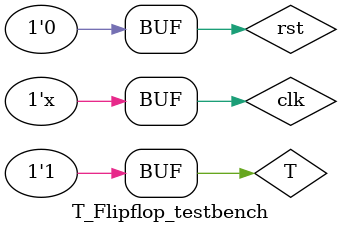
<source format=v>
`timescale 1ns / 1ps


module T_Flipflop_testbench;
    reg T,clk,rst;
    wire Q;
    T_Flipflop_design uut(T,clk,rst,Q);
    always #5 clk = ~clk;
        initial begin
            rst = 1; T = 0; clk = 0;
            #10 rst = 0;
            #10 T = 1;
            #10 T = 1;
            #10 T = 0;
            #10 T = 1;
            #10 T = 0;
            #10 T = 1;
            #10 rst = 1;
            #10 rst = 0;
            #10 T = 1;
            #10 T = 0;
            #10 T = 1;
            #10 T = 0;
            #10 T = 1;
        end    
endmodule
</source>
